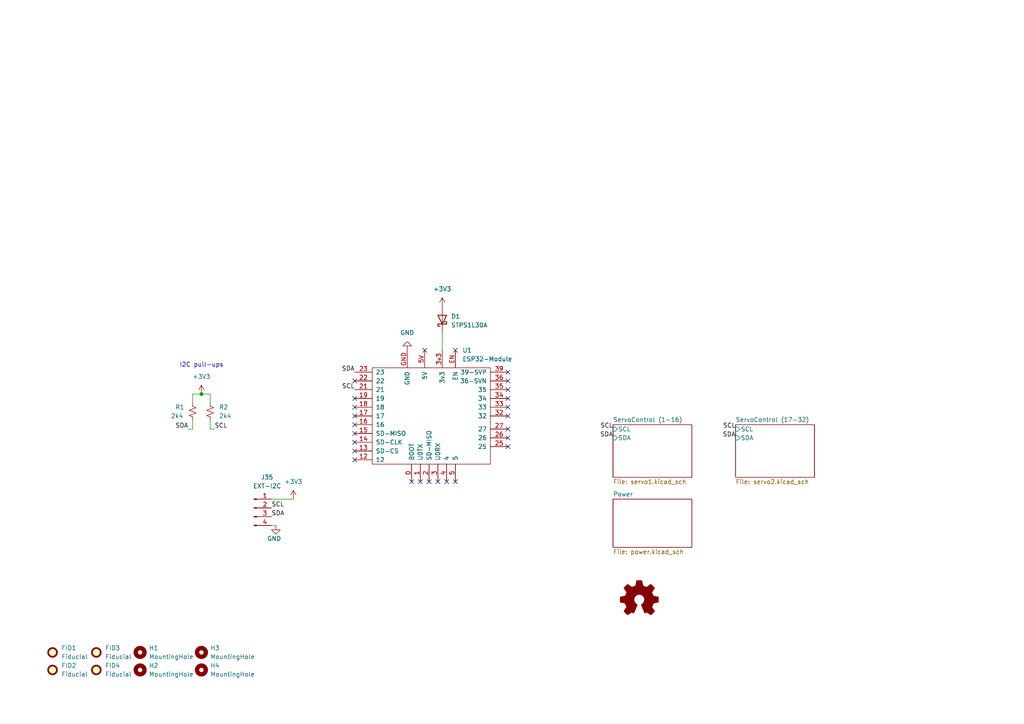
<source format=kicad_sch>
(kicad_sch (version 20230221) (generator eeschema)
  (paper "A4")
  (lib_symbols
    (symbol "Connector:Conn_01x04_Male" (pin_names (offset 1.016) hide)
      (property "Reference" "J" (at 0 5.08 0))
      (property "Value" "Conn_01x04_Male" (at 0 -7.62 0))
      (symbol "Conn_01x04_Male_1_1"
        (polyline (pts (xy 1.27 -5.08) (xy 0.8636 -5.08)) (stroke (width 0.1524)))
        (polyline (pts (xy 1.27 -2.54) (xy 0.8636 -2.54)) (stroke (width 0.1524)))
        (polyline (pts (xy 1.27 0) (xy 0.8636 0)) (stroke (width 0.1524)))
        (polyline (pts (xy 1.27 2.54) (xy 0.8636 2.54)) (stroke (width 0.1524)))
        (rectangle (start 0.8636 -4.953) (end 0 -5.207) (stroke (width 0.1524)) (fill (type outline)))
        (rectangle (start 0.8636 -2.413) (end 0 -2.667) (stroke (width 0.1524)) (fill (type outline)))
        (rectangle (start 0.8636 0.127) (end 0 -0.127) (stroke (width 0.1524)) (fill (type outline)))
        (rectangle (start 0.8636 2.667) (end 0 2.413) (stroke (width 0.1524)) (fill (type outline)))
        (pin passive line (at 5.08 2.54 180) (length 3.81) (name "Pin_1") (number "1"))
        (pin passive line (at 5.08 0 180) (length 3.81) (name "Pin_2") (number "2"))
        (pin passive line (at 5.08 -2.54 180) (length 3.81) (name "Pin_3") (number "3"))
        (pin passive line (at 5.08 -5.08 180) (length 3.81) (name "Pin_4") (number "4"))
      )
    )
    (symbol "Device:D_Schottky" (pin_numbers hide) (pin_names (offset 1.016) hide)
      (property "Reference" "D" (at 0 2.54 0))
      (property "Value" "D_Schottky" (at 0 -2.54 0))
      (symbol "D_Schottky_0_1"
        (polyline (pts (xy 1.27 0) (xy -1.27 0)))
        (polyline (pts (xy 1.27 1.27) (xy 1.27 -1.27) (xy -1.27 0) (xy 1.27 1.27)) (stroke (width 0.254)))
        (polyline (pts (xy -1.905 0.635) (xy -1.905 1.27) (xy -1.27 1.27) (xy -1.27 -1.27) (xy -0.635 -1.27) (xy -0.635 -0.635)) (stroke (width 0.254)))
      )
      (symbol "D_Schottky_1_1"
        (pin passive line (at -3.81 0 0) (length 2.54) (name "K") (number "1"))
        (pin passive line (at 3.81 0 180) (length 2.54) (name "A") (number "2"))
      )
    )
    (symbol "Device:R_Small_US" (pin_numbers hide) (pin_names (offset 0.254) hide)
      (property "Reference" "R" (at 0.762 0.508 0))
      (property "Value" "R_Small_US" (at 0.762 -1.016 0))
      (symbol "R_Small_US_1_1"
        (polyline (pts (xy 0 0) (xy 1.016 -0.381) (xy 0 -0.762) (xy -1.016 -1.143) (xy 0 -1.524)))
        (polyline (pts (xy 0 1.524) (xy 1.016 1.143) (xy 0 0.762) (xy -1.016 0.381) (xy 0 0)))
        (pin passive line (at 0 2.54 270) (length 1.016) (name "~") (number "1"))
        (pin passive line (at 0 -2.54 90) (length 1.016) (name "~") (number "2"))
      )
    )
    (symbol "Graphic:Logo_Open_Hardware_Small" (pin_names (offset 1.016))
      (symbol "Logo_Open_Hardware_Small_0_1"
        (polyline (pts (xy 3.3528 -4.3434) (xy 3.302 -4.318) (xy 3.175 -4.2418) (xy 2.9972 -4.1148) (xy 2.7686 -3.9624) (xy 2.54 -3.81) (xy 2.3622 -3.7084) (xy 2.2352 -3.6068) (xy 2.1844 -3.5814) (xy 2.159 -3.6068) (xy 2.0574 -3.6576) (xy 1.905 -3.7338) (xy 1.8034 -3.7846) (xy 1.6764 -3.8354) (xy 1.6002 -3.8354) (xy 1.6002 -3.8354) (xy 1.5494 -3.7338) (xy 1.4732 -3.5306) (xy 1.3462 -3.302) (xy 1.2446 -3.0226) (xy 1.1176 -2.7178) (xy 0.9652 -2.413) (xy 0.8636 -2.1082) (xy 0.7366 -1.8288) (xy 0.6604 -1.6256) (xy 0.6096 -1.4732) (xy 0.5842 -1.397) (xy 0.5842 -1.397) (xy 0.6604 -1.3208) (xy 0.7874 -1.2446) (xy 1.0414 -1.016) (xy 1.2954 -0.6858) (xy 1.4478 -0.3302) (xy 1.524 0.0762) (xy 1.4732 0.4572) (xy 1.3208 0.8128) (xy 1.0668 1.143) (xy 0.762 1.3716) (xy 0.4064 1.524) (xy 0 1.5748) (xy -0.381 1.5494) (xy -0.7366 1.397) (xy -1.0668 1.143) (xy -1.2192 0.9906) (xy -1.397 0.6604) (xy -1.524 0.3048) (xy -1.524 0.2286) (xy -1.4986 -0.1778) (xy -1.397 -0.5334) (xy -1.1938 -0.8636) (xy -0.9144 -1.143) (xy -0.8636 -1.1684) (xy -0.7366 -1.27) (xy -0.635 -1.3462) (xy -0.5842 -1.397) (xy -1.0668 -2.5908) (xy -1.143 -2.794) (xy -1.2954 -3.1242) (xy -1.397 -3.4036) (xy -1.4986 -3.6322) (xy -1.5748 -3.7846) (xy -1.6002 -3.8354) (xy -1.6002 -3.8354) (xy -1.651 -3.8354) (xy -1.7272 -3.81) (xy -1.905 -3.7338) (xy -2.0066 -3.683) (xy -2.1336 -3.6068) (xy -2.2098 -3.5814) (xy -2.2606 -3.6068) (xy -2.3622 -3.683) (xy -2.54 -3.81) (xy -2.7686 -3.9624) (xy -2.9718 -4.0894) (xy -3.1496 -4.2164) (xy -3.302 -4.318) (xy -3.3528 -4.3434) (xy -3.3782 -4.3434) (xy -3.429 -4.318) (xy -3.5306 -4.2164) (xy -3.7084 -4.064) (xy -3.937 -3.8354) (xy -3.9624 -3.81) (xy -4.1656 -3.6068) (xy -4.318 -3.4544) (xy -4.4196 -3.3274) (xy -4.445 -3.2766) (xy -4.445 -3.2766) (xy -4.4196 -3.2258) (xy -4.318 -3.0734) (xy -4.2164 -2.8956) (xy -4.064 -2.667) (xy -3.6576 -2.0828) (xy -3.8862 -1.5494) (xy -3.937 -1.3716) (xy -4.0386 -1.1684) (xy -4.0894 -1.0414) (xy -4.1148 -0.9652) (xy -4.191 -0.9398) (xy -4.318 -0.9144) (xy -4.5466 -0.8636) (xy -4.8006 -0.8128) (xy -5.0546 -0.7874) (xy -5.2578 -0.7366) (xy -5.4356 -0.7112) (xy -5.5118 -0.6858) (xy -5.5118 -0.6858) (xy -5.5372 -0.635) (xy -5.5372 -0.5588) (xy -5.5372 -0.4318) (xy -5.5626 -0.2286) (xy -5.5626 0.0762) (xy -5.5626 0.127) (xy -5.5372 0.4064) (xy -5.5372 0.635) (xy -5.5372 0.762) (xy -5.5372 0.8382) (xy -5.5372 0.8382) (xy -5.461 0.8382) (xy -5.3086 0.889) (xy -5.08 0.9144) (xy -4.826 0.9652) (xy -4.8006 0.9906) (xy -4.5466 1.0414) (xy -4.318 1.0668) (xy -4.1656 1.1176) (xy -4.0894 1.143) (xy -4.0894 1.143) (xy -4.0386 1.2446) (xy -3.9624 1.4224) (xy -3.8608 1.6256) (xy -3.7846 1.8288) (xy -3.7084 2.0066) (xy -3.6576 2.159) (xy -3.6322 2.2098) (xy -3.6322 2.2098) (xy -3.683 2.286) (xy -3.7592 2.413) (xy -3.8862 2.5908) (xy -4.064 2.8194) (xy -4.064 2.8448) (xy -4.2164 3.0734) (xy -4.3434 3.2512) (xy -4.4196 3.3782) (xy -4.445 3.4544) (xy -4.445 3.4544) (xy -4.3942 3.5052) (xy -4.2926 3.6322) (xy -4.1148 3.81) (xy -3.937 4.0132) (xy -3.8608 4.064) (xy -3.6576 4.2926) (xy -3.5052 4.4196) (xy -3.4036 4.4958) (xy -3.3528 4.5212) (xy -3.3528 4.5212) (xy -3.302 4.4704) (xy -3.1496 4.3688) (xy -2.9718 4.2418) (xy -2.7432 4.0894) (xy -2.7178 4.0894) (xy -2.4892 3.937) (xy -2.3114 3.81) (xy -2.1844 3.7084) (xy -2.1336 3.683) (xy -2.1082 3.683) (xy -2.032 3.7084) (xy -1.8542 3.7592) (xy -1.6764 3.8354) (xy -1.4732 3.937) (xy -1.27 4.0132) (xy -1.143 4.064) (xy -1.0668 4.1148) (xy -1.0668 4.1148) (xy -1.0414 4.191) (xy -1.016 4.3434) (xy -0.9652 4.572) (xy -0.9144 4.8514) (xy -0.889 4.9022) (xy -0.8382 5.1562) (xy -0.8128 5.3848) (xy -0.7874 5.5372) (xy -0.762 5.588) (xy -0.7112 5.6134) (xy -0.5842 5.6134) (xy -0.4064 5.6134) (xy -0.1524 5.6134) (xy 0.0762 5.6134) (xy 0.3302 5.6134) (xy 0.5334 5.6134) (xy 0.6858 5.588) (xy 0.7366 5.588) (xy 0.7366 5.588) (xy 0.762 5.5118) (xy 0.8128 5.334) (xy 0.8382 5.1054) (xy 0.9144 4.826) (xy 0.9144 4.7752) (xy 0.9652 4.5212) (xy 1.016 4.2926) (xy 1.0414 4.1402) (xy 1.0668 4.0894) (xy 1.0668 4.0894) (xy 1.1938 4.0386) (xy 1.3716 3.9624) (xy 1.5748 3.8608) (xy 2.0828 3.6576) (xy 2.7178 4.0894) (xy 2.7686 4.1402) (xy 2.9972 4.2926) (xy 3.175 4.4196) (xy 3.302 4.4958) (xy 3.3782 4.5212) (xy 3.3782 4.5212) (xy 3.429 4.4704) (xy 3.556 4.3434) (xy 3.7338 4.191) (xy 3.9116 3.9878) (xy 4.064 3.8354) (xy 4.2418 3.6576) (xy 4.3434 3.556) (xy 4.4196 3.4798) (xy 4.4196 3.429) (xy 4.4196 3.4036) (xy 4.3942 3.3274) (xy 4.2926 3.2004) (xy 4.1656 2.9972) (xy 4.0132 2.794) (xy 3.8862 2.5908) (xy 3.7592 2.3876) (xy 3.6576 2.2352) (xy 3.6322 2.159) (xy 3.6322 2.1336) (xy 3.683 2.0066) (xy 3.7592 1.8288) (xy 3.8608 1.6002) (xy 4.064 1.1176) (xy 4.3942 1.0414) (xy 4.5974 1.016) (xy 4.8768 0.9652) (xy 5.1308 0.9144) (xy 5.5372 0.8382) (xy 5.5626 -0.6604) (xy 5.4864 -0.6858) (xy 5.4356 -0.6858) (xy 5.2832 -0.7366) (xy 5.0546 -0.762) (xy 4.8006 -0.8128) (xy 4.5974 -0.8636) (xy 4.3688 -0.9144) (xy 4.2164 -0.9398) (xy 4.1402 -0.9398) (xy 4.1148 -0.9652) (xy 4.064 -1.0668) (xy 3.9878 -1.2446) (xy 3.9116 -1.4478) (xy 3.81 -1.651) (xy 3.7338 -1.8542) (xy 3.683 -2.0066) (xy 3.6576 -2.0828) (xy 3.683 -2.1336) (xy 3.7846 -2.2606) (xy 3.8862 -2.4638) (xy 4.0386 -2.667) (xy 4.191 -2.8956) (xy 4.318 -3.0734) (xy 4.3942 -3.2004) (xy 4.445 -3.2766) (xy 4.4196 -3.3274) (xy 4.3434 -3.429) (xy 4.1656 -3.5814) (xy 3.937 -3.8354) (xy 3.8862 -3.8608) (xy 3.683 -4.064) (xy 3.5306 -4.2164) (xy 3.4036 -4.318) (xy 3.3528 -4.3434)) (fill (type outline)))
      )
    )
    (symbol "Mechanical:Fiducial"
      (property "Reference" "FID" (at 0 5.08 0))
      (property "Value" "Fiducial" (at 0 3.175 0))
      (symbol "Fiducial_0_1"
        (circle (center 0 0) (radius 1.27) (stroke (width 0.508)) (fill (type background)))
      )
    )
    (symbol "Mechanical:MountingHole" (pin_names (offset 1.016))
      (property "Reference" "H" (at 0 5.08 0))
      (property "Value" "MountingHole" (at 0 3.175 0))
      (symbol "MountingHole_0_1"
        (circle (center 0 0) (radius 1.27) (stroke (width 1.27)))
      )
    )
    (symbol "TTGO-T1-DEVKITC:ESP32-Module" (pin_names (offset 1.016))
      (property "Reference" "U" (at -10.16 21.59 0))
      (property "Value" "ESP32-Module" (at 5.08 10.16 0))
      (symbol "ESP32-Module_0_1"
        (rectangle (start -12.7 20.32) (end 21.59 -7.62))
      )
      (symbol "ESP32-Module_1_1"
        (pin bidirectional line (at -1.27 -12.7 90) (length 5.08) (name "BOOT") (number "0"))
        (pin bidirectional line (at 1.27 -12.7 90) (length 5.08) (name "U0TX") (number "1"))
        (pin bidirectional line (at -17.78 -6.35 0) (length 5.08) (name "12") (number "12"))
        (pin bidirectional line (at -17.78 -3.81 0) (length 5.08) (name "SD-CS") (number "13"))
        (pin bidirectional line (at -17.78 -1.27 0) (length 5.08) (name "SD-CLK") (number "14"))
        (pin bidirectional line (at -17.78 1.27 0) (length 5.08) (name "SD-MISO") (number "15"))
        (pin bidirectional line (at -17.78 3.81 0) (length 5.08) (name "16") (number "16"))
        (pin bidirectional line (at -17.78 6.35 0) (length 5.08) (name "17") (number "17"))
        (pin bidirectional line (at -17.78 8.89 0) (length 5.08) (name "18") (number "18"))
        (pin bidirectional line (at -17.78 11.43 0) (length 5.08) (name "19") (number "19"))
        (pin bidirectional line (at 3.81 -12.7 90) (length 5.08) (name "SD-MISO") (number "2"))
        (pin bidirectional line (at -17.78 13.97 0) (length 5.08) (name "21") (number "21"))
        (pin bidirectional line (at -17.78 16.51 0) (length 5.08) (name "22") (number "22"))
        (pin bidirectional line (at -17.78 19.05 0) (length 5.08) (name "23") (number "23"))
        (pin bidirectional line (at 26.67 -2.54 180) (length 5.08) (name "25") (number "25"))
        (pin bidirectional line (at 26.67 0 180) (length 5.08) (name "26") (number "26"))
        (pin bidirectional line (at 26.67 2.54 180) (length 5.08) (name "27") (number "27"))
        (pin bidirectional line (at 6.35 -12.7 90) (length 5.08) (name "U0RX") (number "3"))
        (pin bidirectional line (at 26.67 6.35 180) (length 5.08) (name "32") (number "32"))
        (pin bidirectional line (at 26.67 8.89 180) (length 5.08) (name "33") (number "33"))
        (pin input line (at 26.67 11.43 180) (length 5.08) (name "34") (number "34"))
        (pin input line (at 26.67 13.97 180) (length 5.08) (name "35") (number "35"))
        (pin input line (at 26.67 16.51 180) (length 5.08) (name "36-SVN") (number "36"))
        (pin input line (at 26.67 19.05 180) (length 5.08) (name "39-SVP") (number "39"))
        (pin power_in line (at 7.62 25.4 270) (length 5.08) (name "3v3") (number "3v3"))
        (pin bidirectional line (at 8.89 -12.7 90) (length 5.08) (name "4") (number "4"))
        (pin bidirectional line (at 11.43 -12.7 90) (length 5.08) (name "5") (number "5"))
        (pin power_in line (at 2.54 25.4 270) (length 5.08) (name "5V") (number "5V"))
        (pin input line (at 11.43 25.4 270) (length 5.08) (name "EN") (number "EN"))
        (pin power_in line (at -2.54 25.4 270) (length 5.08) (name "GND") (number "GND"))
      )
    )
    (symbol "power:+3V3" (power) (pin_names (offset 0))
      (property "Value" "+3V3" (at 0 3.556 0))
      (symbol "+3V3_0_1"
        (polyline (pts (xy -0.762 1.27) (xy 0 2.54)))
        (polyline (pts (xy 0 0) (xy 0 2.54)))
        (polyline (pts (xy 0 2.54) (xy 0.762 1.27)))
      )
      (symbol "+3V3_1_1"
        (pin power_in line (at 0 0 90) (length 0) hide (name "+3V3") (number "1"))
      )
    )
    (symbol "power:GND" (power) (pin_names (offset 0))
      (property "Value" "GND" (at 0 -3.81 0))
      (symbol "GND_0_1"
        (polyline (pts (xy 0 0) (xy 0 -1.27) (xy 1.27 -1.27) (xy 0 -2.54) (xy -1.27 -1.27) (xy 0 -1.27)))
      )
      (symbol "GND_1_1"
        (pin power_in line (at 0 0 270) (length 0) hide (name "GND") (number "1"))
      )
    )
  )
  (junction (at 58.42 114.3))
  (no_connect (at 127 139.7))
  (no_connect (at 121.92 139.7))
  (no_connect (at 119.38 139.7))
  (no_connect (at 132.08 101.6))
  (no_connect (at 102.87 133.35))
  (no_connect (at 102.87 130.81))
  (no_connect (at 102.87 128.27))
  (no_connect (at 102.87 125.73))
  (no_connect (at 132.08 139.7))
  (no_connect (at 129.54 139.7))
  (no_connect (at 124.46 139.7))
  (no_connect (at 102.87 115.57))
  (no_connect (at 102.87 123.19))
  (no_connect (at 102.87 120.65))
  (no_connect (at 102.87 118.11))
  (no_connect (at 147.32 107.95))
  (no_connect (at 147.32 110.49))
  (no_connect (at 147.32 113.03))
  (no_connect (at 147.32 115.57))
  (no_connect (at 147.32 118.11))
  (no_connect (at 147.32 120.65))
  (no_connect (at 147.32 124.46))
  (no_connect (at 147.32 127))
  (no_connect (at 147.32 129.54))
  (no_connect (at 102.87 110.49))
  (no_connect (at 123.19 101.6))
  (wire (pts (xy 55.88 124.46) (xy 54.61 124.46)))
  (wire (pts (xy 60.96 121.92) (xy 60.96 124.46)))
  (wire (pts (xy 78.74 144.78) (xy 85.09 144.78)))
  (wire (pts (xy 60.96 114.3) (xy 60.96 116.84)))
  (wire (pts (xy 55.88 121.92) (xy 55.88 124.46)))
  (wire (pts (xy 58.42 114.3) (xy 55.88 114.3)))
  (wire (pts (xy 58.42 114.3) (xy 60.96 114.3)))
  (wire (pts (xy 55.88 114.3) (xy 55.88 116.84)))
  (wire (pts (xy 78.74 152.4) (xy 80.01 152.4)))
  (wire (pts (xy 60.96 124.46) (xy 62.23 124.46)))
  (wire (pts (xy 128.27 96.52) (xy 128.27 101.6)))
  (text "I2C pull-ups" (at 52.07 106.68 0) (effects (font (size 1.27 1.27)) (justify left bottom)))
  (label "SDA" (at 54.61 124.46 180))
  (label "SDA" (at 177.8 127 180))
  (label "SDA" (at 213.36 127 180))
  (label "SCL" (at 102.87 113.03 180))
  (label "SDA" (at 102.87 107.95 180))
  (label "SCL" (at 78.74 147.32 0))
  (label "SCL" (at 177.8 124.46 180))
  (label "SCL" (at 62.23 124.46 0))
  (label "SDA" (at 78.74 149.86 0))
  (label "SCL" (at 213.36 124.46 180))
  (symbol (lib_id "Mechanical:Fiducial") (at 15.24 194.31 0) (unit 1)
    (property "Reference" "FID2" (at 17.78 193.0399 0) (effects (justify left)))
    (property "Value" "Fiducial" (at 17.78 195.5799 0) (effects (justify left)))
    (property "Footprint" "Fiducial:Fiducial_0.5mm_Mask1mm" (effects hide))
  )
  (symbol (lib_id "Connector:Conn_01x04_Male") (at 73.66 147.32 0) (unit 1)
    (property "Reference" "J35" (at 77.47 138.43 0))
    (property "Value" "EXT-I2C" (at 77.47 140.97 0))
    (property "Footprint" "Connector_PinHeader_2.54mm:PinHeader_1x04_P2.54mm_Vertical" (effects hide))
  )
  (symbol (lib_id "power:+3V3") (at 128.27 88.9 0) (unit 1)
    (property "Reference" "#PWR03" (effects hide))
    (property "Value" "+3V3" (at 128.27 83.82 0))
  )
  (symbol (lib_id "Mechanical:Fiducial") (at 15.24 189.23 0) (unit 1)
    (property "Reference" "FID1" (at 17.78 187.9599 0) (effects (justify left)))
    (property "Value" "Fiducial" (at 17.78 190.4999 0) (effects (justify left)))
    (property "Footprint" "Fiducial:Fiducial_0.5mm_Mask1mm" (effects hide))
  )
  (symbol (lib_id "Device:R_Small_US") (at 60.96 119.38 0) (unit 1)
    (property "Reference" "R2" (at 63.5 118.1099 0) (effects (justify left)))
    (property "Value" "2k4" (at 63.5 120.6499 0) (effects (justify left)))
    (property "Footprint" "Resistor_SMD:R_0603_1608Metric_Pad0.98x0.95mm_HandSolder" (effects hide))
  )
  (symbol (lib_id "power:GND") (at 118.11 101.6 180) (unit 1)
    (property "Reference" "#PWR02" (effects hide))
    (property "Value" "GND" (at 118.11 96.52 0))
  )
  (symbol (lib_id "Mechanical:Fiducial") (at 27.94 189.23 0) (unit 1)
    (property "Reference" "FID3" (at 30.48 187.9599 0) (effects (justify left)))
    (property "Value" "Fiducial" (at 30.48 190.4999 0) (effects (justify left)))
    (property "Footprint" "Fiducial:Fiducial_0.5mm_Mask1mm" (effects hide))
  )
  (symbol (lib_id "Mechanical:MountingHole") (at 58.42 194.31 0) (unit 1)
    (property "Reference" "H4" (at 60.96 193.0399 0) (effects (justify left)))
    (property "Value" "MountingHole" (at 60.96 195.5799 0) (effects (justify left)))
    (property "Footprint" "MountingHole:MountingHole_3.2mm_M3_Pad" (effects hide))
  )
  (symbol (lib_id "Device:D_Schottky") (at 128.27 92.71 90) (unit 1)
    (property "Reference" "D1" (at 130.81 91.7574 90) (effects (justify right)))
    (property "Value" "STPS1L30A" (at 130.81 94.2974 90) (effects (justify right)))
    (property "Footprint" "Diode_SMD:D_SMA_Handsoldering" (effects hide))
    (property "Mouser" "511-STPS1L30AFN" (effects hide))
  )
  (symbol (lib_id "Device:R_Small_US") (at 55.88 119.38 0) (unit 1)
    (property "Reference" "R1" (at 50.8 118.11 0) (effects (justify left)))
    (property "Value" "2k4" (at 49.53 120.65 0) (effects (justify left)))
    (property "Footprint" "Resistor_SMD:R_0603_1608Metric_Pad0.98x0.95mm_HandSolder" (effects hide))
  )
  (symbol (lib_id "power:GND") (at 80.01 152.4 0) (unit 1)
    (property "Reference" "#PWR0103" (effects hide))
    (property "Value" "GND" (at 77.47 156.21 0) (effects (justify left)))
  )
  (symbol (lib_id "Mechanical:MountingHole") (at 58.42 189.23 0) (unit 1)
    (property "Reference" "H3" (at 60.96 187.9599 0) (effects (justify left)))
    (property "Value" "MountingHole" (at 60.96 190.4999 0) (effects (justify left)))
    (property "Footprint" "MountingHole:MountingHole_3.2mm_M3_Pad" (effects hide))
  )
  (symbol (lib_id "power:+3V3") (at 85.09 144.78 0) (unit 1)
    (property "Reference" "#PWR0104" (effects hide))
    (property "Value" "+3V3" (at 85.09 139.7 0))
  )
  (symbol (lib_id "power:+3V3") (at 58.42 114.3 0) (unit 1)
    (property "Reference" "#PWR01" (effects hide))
    (property "Value" "+3V3" (at 58.42 109.22 0))
  )
  (symbol (lib_id "Mechanical:MountingHole") (at 40.64 189.23 0) (unit 1)
    (property "Reference" "H1" (at 43.18 187.9599 0) (effects (justify left)))
    (property "Value" "MountingHole" (at 43.18 190.4999 0) (effects (justify left)))
    (property "Footprint" "MountingHole:MountingHole_3.2mm_M3_Pad" (effects hide))
  )
  (symbol (lib_id "Mechanical:MountingHole") (at 40.64 194.31 0) (unit 1)
    (property "Reference" "H2" (at 43.18 193.0399 0) (effects (justify left)))
    (property "Value" "MountingHole" (at 43.18 195.5799 0) (effects (justify left)))
    (property "Footprint" "MountingHole:MountingHole_3.2mm_M3_Pad" (effects hide))
  )
  (symbol (lib_id "Graphic:Logo_Open_Hardware_Small") (at 185.42 173.99 0) (unit 1)
    (property "Reference" "#LOGO1" (effects hide))
    (property "Value" "Logo_Open_Hardware_Small" (effects hide))
  )
  (symbol (lib_id "Mechanical:Fiducial") (at 27.94 194.31 0) (unit 1)
    (property "Reference" "FID4" (at 30.48 193.0399 0) (effects (justify left)))
    (property "Value" "Fiducial" (at 30.48 195.5799 0) (effects (justify left)))
    (property "Footprint" "Fiducial:Fiducial_0.5mm_Mask1mm" (effects hide))
  )
  (symbol (lib_id "TTGO-T1-DEVKITC:ESP32-Module") (at 120.65 127 0) (unit 1)
    (property "Reference" "U1" (at 134.0994 101.6 0) (effects (justify left)))
    (property "Value" "ESP32-Module" (at 134.0994 104.14 0) (effects (justify left)))
    (property "Footprint" "Components:TTGO-T1-DEVKIT-C" (effects hide))
  )
  (sheet (at 177.8 123.19) (size 22.86 15.24) (stroke (width 0.1524))
    (property "Sheetname" "ServoControl (1-16)" (at 177.8 122.4784 0) (effects (justify left bottom)))
    (property "Sheetfile" "servo1.kicad_sch" (at 177.8 139.0146 0) (effects (justify left top)))
    (pin "SCL" input (at 177.8 124.46 180))
    (pin "SDA" input (at 177.8 127 180))
  )
  (sheet (at 177.8 144.78) (size 22.86 13.97) (stroke (width 0.1524))
    (property "Sheetname" "Power" (at 177.8 144.0684 0) (effects (justify left bottom)))
    (property "Sheetfile" "power.kicad_sch" (at 177.8 159.3346 0) (effects (justify left top)))
  )
  (sheet (at 213.36 123.19) (size 22.86 15.24) (stroke (width 0.1524))
    (property "Sheetname" "ServoControl (17-32)" (at 213.36 122.4784 0) (effects (justify left bottom)))
    (property "Sheetfile" "servo2.kicad_sch" (at 213.36 139.0146 0) (effects (justify left top)))
    (pin "SCL" input (at 213.36 124.46 180))
    (pin "SDA" input (at 213.36 127 180))
  )
)
</source>
